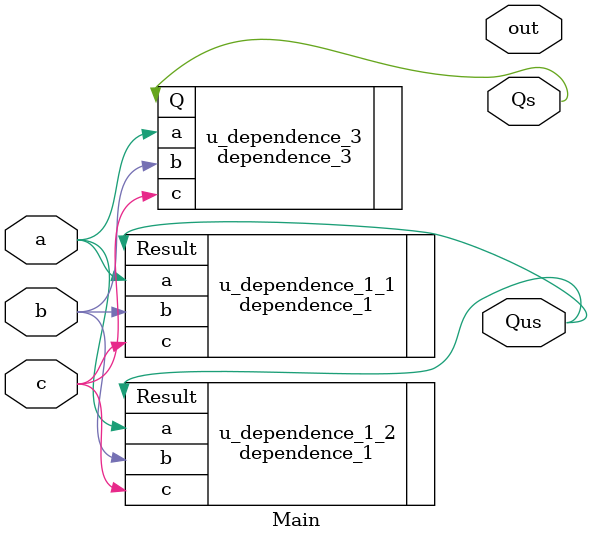
<source format=v>
/* 
 * EN: A simple demo to test search order of dependence
 *     current file -> macro include -> whole project
 *     expect dependence_1 from child_1.v (macro include)
 *     expect dependence_2 from child_2.v (whole project)
 *     cannot find dependence_3 `main
 */

`include "child_1.v"
`include "child_2.v"
`define main out
`define simple ss


module Main (
    // Main input
    input a, b, c,
    // Main output
    output Qus, Qs, `main
);


initial begin
    $display("hello world");
end


dependence_1 u_dependence_1_1(
    .a(a),
    .b(b),
    .c(c),
    .Result(Qus)
);

dependence_1 u_dependence_1_2(
    .a(a),
    .b(b),
    .c(c),
    .Result(Qus)
);

dependence_3 u_dependence_3(
    .a(a),
    .b(b),
    .c(c),
    .Q(Qs)
);


endmodule

/* @wavedrom this is wavedrom demo1
{
    signal : [
        { name: "clk",  wave: "p......" },
        { name: "bus",  wave: "x.34.5x", data: "head body tail" },
        { name: "wire", wave: "0.1..0." }
    ]
}
*/


/* @wavedrom this is wavedrom demo2
{ 
    signal: [
    { name: "pclk", wave: "p......." },
    { name: "Pclk", wave: "P......." },
    { name: "nclk", wave: "n......." },
    { name: "Nclk", wave: "N......." },
    {},
    { name: "clk0", wave: "phnlPHNL" },
    { name: "clk1", wave: "xhlhLHl." },
    { name: "clk2", wave: "hpHplnLn" },
    { name: "clk3", wave: "nhNhplPl" },
    { name: "clk4", wave: "xlh.L.Hx" },
]}
*/



</source>
